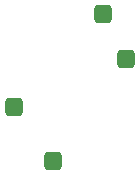
<source format=gbs>
G04*
G04 #@! TF.GenerationSoftware,Altium Limited,Altium Designer,23.10.1 (27)*
G04*
G04 Layer_Color=16711935*
%FSLAX25Y25*%
%MOIN*%
G70*
G04*
G04 #@! TF.SameCoordinates,E2D8A25C-67B8-4452-94EE-BD48DEAA500E*
G04*
G04*
G04 #@! TF.FilePolarity,Negative*
G04*
G01*
G75*
G04:AMPARAMS|DCode=27|XSize=62.05mil|YSize=62.05mil|CornerRadius=16.26mil|HoleSize=0mil|Usage=FLASHONLY|Rotation=90.000|XOffset=0mil|YOffset=0mil|HoleType=Round|Shape=RoundedRectangle|*
%AMROUNDEDRECTD27*
21,1,0.06205,0.02953,0,0,90.0*
21,1,0.02953,0.06205,0,0,90.0*
1,1,0.03252,0.01476,0.01476*
1,1,0.03252,0.01476,-0.01476*
1,1,0.03252,-0.01476,-0.01476*
1,1,0.03252,-0.01476,0.01476*
%
%ADD27ROUNDEDRECTD27*%
G04:AMPARAMS|DCode=28|XSize=62.05mil|YSize=62.05mil|CornerRadius=16.26mil|HoleSize=0mil|Usage=FLASHONLY|Rotation=0.000|XOffset=0mil|YOffset=0mil|HoleType=Round|Shape=RoundedRectangle|*
%AMROUNDEDRECTD28*
21,1,0.06205,0.02953,0,0,0.0*
21,1,0.02953,0.06205,0,0,0.0*
1,1,0.03252,0.01476,-0.01476*
1,1,0.03252,-0.01476,-0.01476*
1,1,0.03252,-0.01476,0.01476*
1,1,0.03252,0.01476,0.01476*
%
%ADD28ROUNDEDRECTD28*%
D27*
X37402Y34252D02*
D03*
X12992Y0D02*
D03*
D28*
X0Y18110D02*
D03*
X29921Y49213D02*
D03*
M02*

</source>
